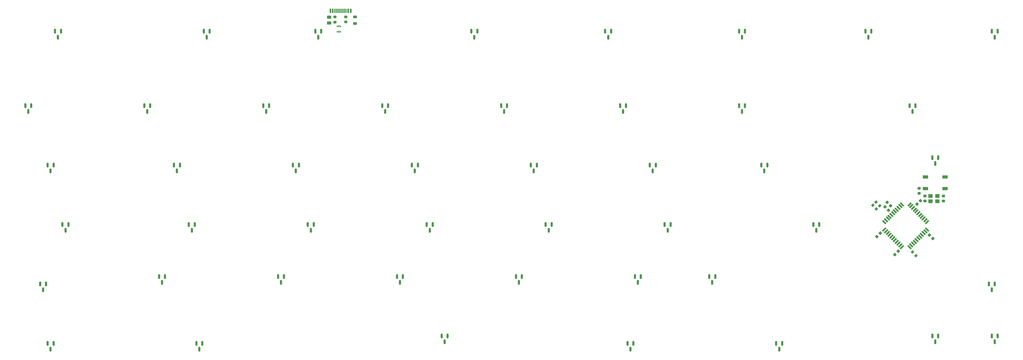
<source format=gbr>
%TF.GenerationSoftware,KiCad,Pcbnew,(6.0.4-0)*%
%TF.CreationDate,2022-05-31T11:34:18+03:00*%
%TF.ProjectId,Supernova_Solder,53757065-726e-46f7-9661-5f536f6c6465,rev?*%
%TF.SameCoordinates,Original*%
%TF.FileFunction,Paste,Bot*%
%TF.FilePolarity,Positive*%
%FSLAX46Y46*%
G04 Gerber Fmt 4.6, Leading zero omitted, Abs format (unit mm)*
G04 Created by KiCad (PCBNEW (6.0.4-0)) date 2022-05-31 11:34:18*
%MOMM*%
%LPD*%
G01*
G04 APERTURE LIST*
G04 Aperture macros list*
%AMRoundRect*
0 Rectangle with rounded corners*
0 $1 Rounding radius*
0 $2 $3 $4 $5 $6 $7 $8 $9 X,Y pos of 4 corners*
0 Add a 4 corners polygon primitive as box body*
4,1,4,$2,$3,$4,$5,$6,$7,$8,$9,$2,$3,0*
0 Add four circle primitives for the rounded corners*
1,1,$1+$1,$2,$3*
1,1,$1+$1,$4,$5*
1,1,$1+$1,$6,$7*
1,1,$1+$1,$8,$9*
0 Add four rect primitives between the rounded corners*
20,1,$1+$1,$2,$3,$4,$5,0*
20,1,$1+$1,$4,$5,$6,$7,0*
20,1,$1+$1,$6,$7,$8,$9,0*
20,1,$1+$1,$8,$9,$2,$3,0*%
%AMRotRect*
0 Rectangle, with rotation*
0 The origin of the aperture is its center*
0 $1 length*
0 $2 width*
0 $3 Rotation angle, in degrees counterclockwise*
0 Add horizontal line*
21,1,$1,$2,0,0,$3*%
G04 Aperture macros list end*
%ADD10RoundRect,0.150000X-0.150000X0.587500X-0.150000X-0.587500X0.150000X-0.587500X0.150000X0.587500X0*%
%ADD11R,0.375000X0.500000*%
%ADD12R,0.300000X0.650000*%
%ADD13RoundRect,0.200000X0.275000X-0.200000X0.275000X0.200000X-0.275000X0.200000X-0.275000X-0.200000X0*%
%ADD14RoundRect,0.200000X-0.335876X-0.053033X-0.053033X-0.335876X0.335876X0.053033X0.053033X0.335876X0*%
%ADD15R,0.600000X1.450000*%
%ADD16R,0.300000X1.450000*%
%ADD17RoundRect,0.200000X0.335876X0.053033X0.053033X0.335876X-0.335876X-0.053033X-0.053033X-0.335876X0*%
%ADD18R,1.400000X1.200000*%
%ADD19RoundRect,0.225000X-0.335876X-0.017678X-0.017678X-0.335876X0.335876X0.017678X0.017678X0.335876X0*%
%ADD20RoundRect,0.225000X0.250000X-0.225000X0.250000X0.225000X-0.250000X0.225000X-0.250000X-0.225000X0*%
%ADD21RoundRect,0.218750X-0.381250X0.218750X-0.381250X-0.218750X0.381250X-0.218750X0.381250X0.218750X0*%
%ADD22RoundRect,0.200000X-0.275000X0.200000X-0.275000X-0.200000X0.275000X-0.200000X0.275000X0.200000X0*%
%ADD23RoundRect,0.225000X0.335876X0.017678X0.017678X0.335876X-0.335876X-0.017678X-0.017678X-0.335876X0*%
%ADD24RoundRect,0.225000X-0.017678X0.335876X-0.335876X0.017678X0.017678X-0.335876X0.335876X-0.017678X0*%
%ADD25RotRect,1.500000X0.550000X315.000000*%
%ADD26RotRect,1.500000X0.550000X225.000000*%
%ADD27RoundRect,0.225000X0.017678X-0.335876X0.335876X-0.017678X-0.017678X0.335876X-0.335876X0.017678X0*%
%ADD28RoundRect,0.225000X-0.250000X0.225000X-0.250000X-0.225000X0.250000X-0.225000X0.250000X0.225000X0*%
%ADD29RoundRect,0.243750X0.456250X-0.243750X0.456250X0.243750X-0.456250X0.243750X-0.456250X-0.243750X0*%
%ADD30R,1.700000X1.000000*%
G04 APERTURE END LIST*
D10*
%TO.C,KD18*%
X96681250Y-84787500D03*
X98581250Y-84787500D03*
X97631250Y-86662500D03*
%TD*%
D11*
%TO.C,U2*%
X148960150Y-40323400D03*
D12*
X149497650Y-40248400D03*
D11*
X150035150Y-40323400D03*
X150035150Y-42023400D03*
D12*
X149497650Y-42098400D03*
D11*
X148960150Y-42023400D03*
%TD*%
D10*
%TO.C,KD15*%
X277656250Y-65737500D03*
X279556250Y-65737500D03*
X278606250Y-67612500D03*
%TD*%
%TO.C,KD29*%
X215743750Y-103837500D03*
X217643750Y-103837500D03*
X216693750Y-105712500D03*
%TD*%
%TO.C,KD45*%
X289562500Y-141937500D03*
X291462500Y-141937500D03*
X290512500Y-143812500D03*
%TD*%
D13*
%TO.C,R1*%
X148227650Y-38975800D03*
X148227650Y-37325800D03*
%TD*%
D14*
%TO.C,R4*%
X321543087Y-96665637D03*
X322709813Y-97832363D03*
%TD*%
D10*
%TO.C,KD32*%
X358618750Y-139556250D03*
X360518750Y-139556250D03*
X359568750Y-141431250D03*
%TD*%
%TO.C,KD22*%
X249081250Y-84787500D03*
X250981250Y-84787500D03*
X250031250Y-86662500D03*
%TD*%
%TO.C,KD44*%
X241937500Y-141937500D03*
X243837500Y-141937500D03*
X242887500Y-143812500D03*
%TD*%
D15*
%TO.C,J1*%
X146768750Y-35362000D03*
X147568750Y-35362000D03*
D16*
X148768750Y-35362000D03*
X149768750Y-35362000D03*
X150268750Y-35362000D03*
X151268750Y-35362000D03*
D15*
X152468750Y-35362000D03*
X153268750Y-35362000D03*
X153268750Y-35362000D03*
X152468750Y-35362000D03*
D16*
X151768750Y-35362000D03*
X150768750Y-35362000D03*
X149268750Y-35362000D03*
X148268750Y-35362000D03*
D15*
X147568750Y-35362000D03*
X146768750Y-35362000D03*
%TD*%
D17*
%TO.C,R5*%
X321659813Y-98882363D03*
X320493087Y-97715637D03*
%TD*%
D10*
%TO.C,KD5*%
X234793750Y-41925000D03*
X236693750Y-41925000D03*
X235743750Y-43800000D03*
%TD*%
%TO.C,KD7*%
X318137500Y-41925000D03*
X320037500Y-41925000D03*
X319087500Y-43800000D03*
%TD*%
%TO.C,KD26*%
X101443750Y-103837500D03*
X103343750Y-103837500D03*
X102393750Y-105712500D03*
%TD*%
D18*
%TO.C,Y1*%
X338991850Y-94679400D03*
X341191850Y-94679400D03*
X341191850Y-96379400D03*
X338991850Y-96379400D03*
%TD*%
D19*
%TO.C,C3*%
X338611842Y-107249592D03*
X339707858Y-108345608D03*
%TD*%
D20*
%TO.C,C7*%
X343089050Y-96304400D03*
X343089050Y-94754400D03*
%TD*%
D10*
%TO.C,KD13*%
X201456250Y-65737500D03*
X203356250Y-65737500D03*
X202406250Y-67612500D03*
%TD*%
%TO.C,KD46*%
X339568750Y-139556250D03*
X341468750Y-139556250D03*
X340518750Y-141431250D03*
%TD*%
D21*
%TO.C,FB1*%
X154628450Y-37342300D03*
X154628450Y-39467300D03*
%TD*%
D10*
%TO.C,KD28*%
X177643750Y-103837500D03*
X179543750Y-103837500D03*
X178593750Y-105712500D03*
%TD*%
%TO.C,KD23*%
X284800000Y-84787500D03*
X286700000Y-84787500D03*
X285750000Y-86662500D03*
%TD*%
%TO.C,KD31*%
X301468750Y-103837500D03*
X303368750Y-103837500D03*
X302418750Y-105712500D03*
%TD*%
D13*
%TO.C,R3*%
X335299050Y-93916000D03*
X335299050Y-92266000D03*
%TD*%
D10*
%TO.C,KD43*%
X182406250Y-139556250D03*
X184306250Y-139556250D03*
X183356250Y-141431250D03*
%TD*%
%TO.C,KD11*%
X125256250Y-65737500D03*
X127156250Y-65737500D03*
X126206250Y-67612500D03*
%TD*%
%TO.C,KD35*%
X130018750Y-120506250D03*
X131918750Y-120506250D03*
X130968750Y-122381250D03*
%TD*%
D22*
%TO.C,R2*%
X151707450Y-37300400D03*
X151707450Y-38950400D03*
%TD*%
D10*
%TO.C,KD40*%
X357666250Y-122887500D03*
X359566250Y-122887500D03*
X358616250Y-124762500D03*
%TD*%
%TO.C,KD38*%
X244318750Y-120506250D03*
X246218750Y-120506250D03*
X245268750Y-122381250D03*
%TD*%
D23*
%TO.C,C5*%
X326169658Y-97830008D03*
X325073642Y-96733992D03*
%TD*%
D24*
%TO.C,C2*%
X328633458Y-112380392D03*
X327537442Y-113476408D03*
%TD*%
D10*
%TO.C,KD37*%
X206218750Y-120506250D03*
X208118750Y-120506250D03*
X207168750Y-122381250D03*
%TD*%
%TO.C,KD4*%
X191931250Y-41925000D03*
X193831250Y-41925000D03*
X192881250Y-43800000D03*
%TD*%
%TO.C,KD10*%
X87156250Y-65737500D03*
X89056250Y-65737500D03*
X88106250Y-67612500D03*
%TD*%
%TO.C,KD41*%
X56200000Y-141937500D03*
X58100000Y-141937500D03*
X57150000Y-143812500D03*
%TD*%
%TO.C,KD2*%
X106206250Y-41925000D03*
X108106250Y-41925000D03*
X107156250Y-43800000D03*
%TD*%
%TO.C,KD25*%
X60962500Y-103837500D03*
X62862500Y-103837500D03*
X61912500Y-105712500D03*
%TD*%
%TO.C,KD39*%
X268131250Y-120506250D03*
X270031250Y-120506250D03*
X269081250Y-122381250D03*
%TD*%
%TO.C,KD19*%
X134781250Y-84787500D03*
X136681250Y-84787500D03*
X135731250Y-86662500D03*
%TD*%
%TO.C,KD8*%
X358618750Y-41925000D03*
X360518750Y-41925000D03*
X359568750Y-43800000D03*
%TD*%
D24*
%TO.C,C1*%
X322918458Y-106665392D03*
X321822442Y-107761408D03*
%TD*%
D10*
%TO.C,KD42*%
X103825000Y-141937500D03*
X105725000Y-141937500D03*
X104775000Y-143812500D03*
%TD*%
D25*
%TO.C,U1*%
X324198314Y-103064918D03*
X324764000Y-102499233D03*
X325329685Y-101933548D03*
X325895370Y-101367862D03*
X326461056Y-100802177D03*
X327026741Y-100236491D03*
X327592427Y-99670806D03*
X328158112Y-99105120D03*
X328723798Y-98539435D03*
X329289483Y-97973750D03*
X329855168Y-97408064D03*
D26*
X332259332Y-97408064D03*
X332825017Y-97973750D03*
X333390702Y-98539435D03*
X333956388Y-99105120D03*
X334522073Y-99670806D03*
X335087759Y-100236491D03*
X335653444Y-100802177D03*
X336219130Y-101367862D03*
X336784815Y-101933548D03*
X337350500Y-102499233D03*
X337916186Y-103064918D03*
D25*
X337916186Y-105469082D03*
X337350500Y-106034767D03*
X336784815Y-106600452D03*
X336219130Y-107166138D03*
X335653444Y-107731823D03*
X335087759Y-108297509D03*
X334522073Y-108863194D03*
X333956388Y-109428880D03*
X333390702Y-109994565D03*
X332825017Y-110560250D03*
X332259332Y-111125936D03*
D26*
X329855168Y-111125936D03*
X329289483Y-110560250D03*
X328723798Y-109994565D03*
X328158112Y-109428880D03*
X327592427Y-108863194D03*
X327026741Y-108297509D03*
X326461056Y-107731823D03*
X325895370Y-107166138D03*
X325329685Y-106600452D03*
X324764000Y-106034767D03*
X324198314Y-105469082D03*
%TD*%
D10*
%TO.C,KD14*%
X239556250Y-65737500D03*
X241456250Y-65737500D03*
X240506250Y-67612500D03*
%TD*%
%TO.C,KD9*%
X49056250Y-65737500D03*
X50956250Y-65737500D03*
X50006250Y-67612500D03*
%TD*%
D27*
%TO.C,C4*%
X334700242Y-97372808D03*
X335796258Y-96276792D03*
%TD*%
D10*
%TO.C,KD12*%
X163356250Y-65737500D03*
X165256250Y-65737500D03*
X164306250Y-67612500D03*
%TD*%
%TO.C,KD30*%
X253843750Y-103837500D03*
X255743750Y-103837500D03*
X254793750Y-105712500D03*
%TD*%
D14*
%TO.C,R6*%
X333191687Y-112649837D03*
X334358413Y-113816563D03*
%TD*%
D10*
%TO.C,KD27*%
X139543750Y-103837500D03*
X141443750Y-103837500D03*
X140493750Y-105712500D03*
%TD*%
%TO.C,KD34*%
X91918750Y-120506250D03*
X93818750Y-120506250D03*
X92868750Y-122381250D03*
%TD*%
%TO.C,KD36*%
X168118750Y-120506250D03*
X170018750Y-120506250D03*
X169068750Y-122381250D03*
%TD*%
%TO.C,KD20*%
X172881250Y-84787500D03*
X174781250Y-84787500D03*
X173831250Y-86662500D03*
%TD*%
D28*
%TO.C,C8*%
X337229450Y-94754400D03*
X337229450Y-96304400D03*
%TD*%
D10*
%TO.C,KD16*%
X332266250Y-65737500D03*
X334166250Y-65737500D03*
X333216250Y-67612500D03*
%TD*%
%TO.C,KD24*%
X339568750Y-82406250D03*
X341468750Y-82406250D03*
X340518750Y-84281250D03*
%TD*%
D29*
%TO.C,F1*%
X146373450Y-39291500D03*
X146373450Y-37416500D03*
%TD*%
D30*
%TO.C,SW1*%
X337368750Y-88587500D03*
X343668750Y-88587500D03*
X337368750Y-92387500D03*
X343668750Y-92387500D03*
%TD*%
D10*
%TO.C,KD6*%
X277656250Y-41925000D03*
X279556250Y-41925000D03*
X278606250Y-43800000D03*
%TD*%
%TO.C,KD17*%
X56200000Y-84787500D03*
X58100000Y-84787500D03*
X57150000Y-86662500D03*
%TD*%
%TO.C,KD21*%
X210981250Y-84787500D03*
X212881250Y-84787500D03*
X211931250Y-86662500D03*
%TD*%
%TO.C,KD1*%
X58581250Y-41925000D03*
X60481250Y-41925000D03*
X59531250Y-43800000D03*
%TD*%
%TO.C,KD33*%
X53818750Y-122887500D03*
X55718750Y-122887500D03*
X54768750Y-124762500D03*
%TD*%
%TO.C,KD3*%
X141925000Y-41925000D03*
X143825000Y-41925000D03*
X142875000Y-43800000D03*
%TD*%
D23*
%TO.C,C6*%
X325483858Y-99277808D03*
X324387842Y-98181792D03*
%TD*%
M02*

</source>
